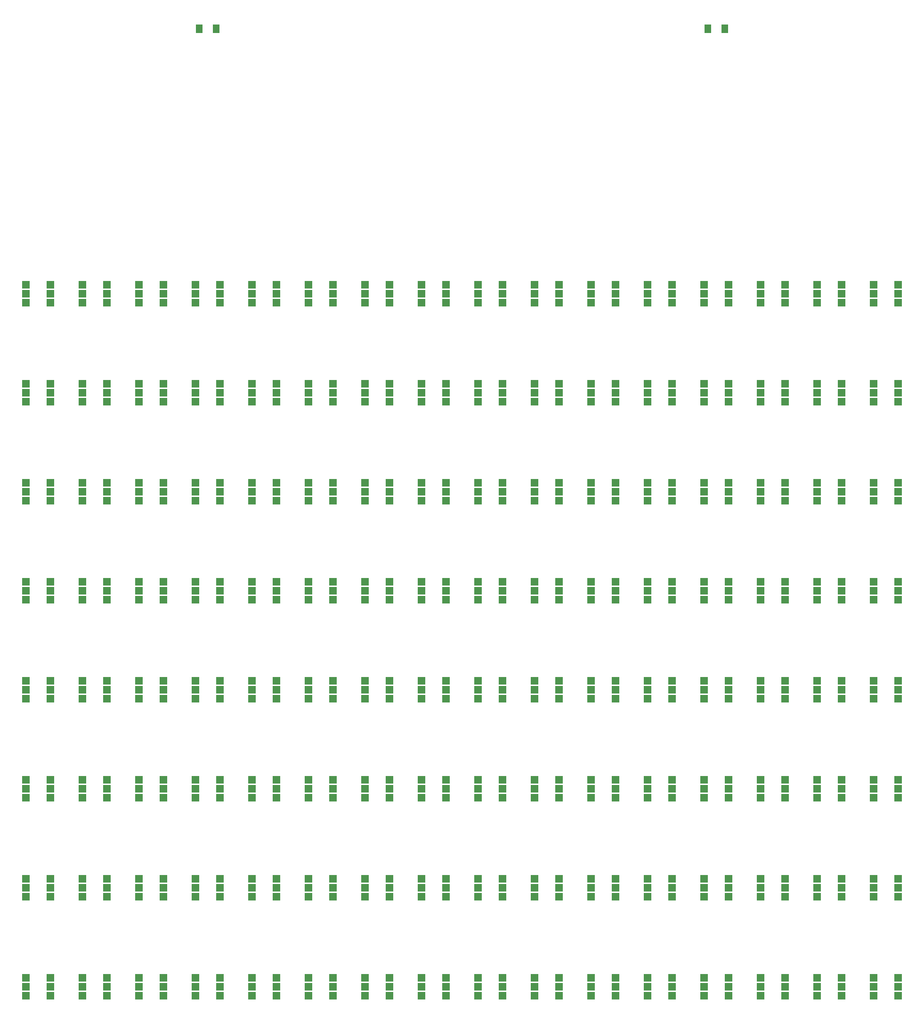
<source format=gtp>
G04 #@! TF.GenerationSoftware,KiCad,Pcbnew,5.0.0-rc2-dev-unknown-94dbcc7~63~ubuntu16.04.1*
G04 #@! TF.CreationDate,2018-04-08T19:39:25+05:30*
G04 #@! TF.ProjectId,ClockIOT,436C6F636B494F542E6B696361645F70,rev 1*
G04 #@! TF.SameCoordinates,Original*
G04 #@! TF.FileFunction,Paste,Top*
G04 #@! TF.FilePolarity,Positive*
%FSLAX46Y46*%
G04 Gerber Fmt 4.6, Leading zero omitted, Abs format (unit mm)*
G04 Created by KiCad (PCBNEW 5.0.0-rc2-dev-unknown-94dbcc7~63~ubuntu16.04.1) date Sun Apr  8 19:39:25 2018*
%MOMM*%
%LPD*%
G01*
G04 APERTURE LIST*
%ADD10R,1.300480X1.498600*%
%ADD11R,1.400000X1.400000*%
G04 APERTURE END LIST*
D10*
X87225000Y-53975000D03*
X84225000Y-53975000D03*
X175665000Y-53975000D03*
X178665000Y-53975000D03*
D11*
X63205000Y-227660000D03*
X67605000Y-227660000D03*
X67605000Y-226060000D03*
X63205000Y-226060000D03*
X63205000Y-224460000D03*
X67605000Y-224460000D03*
X195285000Y-120980000D03*
X199685000Y-120980000D03*
X199685000Y-119380000D03*
X195285000Y-119380000D03*
X195285000Y-117780000D03*
X199685000Y-117780000D03*
X57445000Y-100000000D03*
X53045000Y-100000000D03*
X53045000Y-101600000D03*
X57445000Y-101600000D03*
X57445000Y-103200000D03*
X53045000Y-103200000D03*
X77765000Y-100000000D03*
X73365000Y-100000000D03*
X73365000Y-101600000D03*
X77765000Y-101600000D03*
X77765000Y-103200000D03*
X73365000Y-103200000D03*
X87925000Y-100000000D03*
X83525000Y-100000000D03*
X83525000Y-101600000D03*
X87925000Y-101600000D03*
X87925000Y-103200000D03*
X83525000Y-103200000D03*
X98085000Y-100000000D03*
X93685000Y-100000000D03*
X93685000Y-101600000D03*
X98085000Y-101600000D03*
X98085000Y-103200000D03*
X93685000Y-103200000D03*
X108245000Y-100000000D03*
X103845000Y-100000000D03*
X103845000Y-101600000D03*
X108245000Y-101600000D03*
X108245000Y-103200000D03*
X103845000Y-103200000D03*
X118405000Y-100000000D03*
X114005000Y-100000000D03*
X114005000Y-101600000D03*
X118405000Y-101600000D03*
X118405000Y-103200000D03*
X114005000Y-103200000D03*
X128565000Y-100000000D03*
X124165000Y-100000000D03*
X124165000Y-101600000D03*
X128565000Y-101600000D03*
X128565000Y-103200000D03*
X124165000Y-103200000D03*
X138725000Y-100000000D03*
X134325000Y-100000000D03*
X134325000Y-101600000D03*
X138725000Y-101600000D03*
X138725000Y-103200000D03*
X134325000Y-103200000D03*
X148885000Y-100000000D03*
X144485000Y-100000000D03*
X144485000Y-101600000D03*
X148885000Y-101600000D03*
X148885000Y-103200000D03*
X144485000Y-103200000D03*
X159045000Y-100000000D03*
X154645000Y-100000000D03*
X154645000Y-101600000D03*
X159045000Y-101600000D03*
X159045000Y-103200000D03*
X154645000Y-103200000D03*
X169205000Y-100000000D03*
X164805000Y-100000000D03*
X164805000Y-101600000D03*
X169205000Y-101600000D03*
X169205000Y-103200000D03*
X164805000Y-103200000D03*
X179365000Y-100000000D03*
X174965000Y-100000000D03*
X174965000Y-101600000D03*
X179365000Y-101600000D03*
X179365000Y-103200000D03*
X174965000Y-103200000D03*
X189525000Y-100000000D03*
X185125000Y-100000000D03*
X185125000Y-101600000D03*
X189525000Y-101600000D03*
X189525000Y-103200000D03*
X185125000Y-103200000D03*
X199685000Y-100000000D03*
X195285000Y-100000000D03*
X195285000Y-101600000D03*
X199685000Y-101600000D03*
X199685000Y-103200000D03*
X195285000Y-103200000D03*
X209845000Y-100000000D03*
X205445000Y-100000000D03*
X205445000Y-101600000D03*
X209845000Y-101600000D03*
X209845000Y-103200000D03*
X205445000Y-103200000D03*
X205445000Y-120980000D03*
X209845000Y-120980000D03*
X209845000Y-119380000D03*
X205445000Y-119380000D03*
X205445000Y-117780000D03*
X209845000Y-117780000D03*
X185125000Y-120980000D03*
X189525000Y-120980000D03*
X189525000Y-119380000D03*
X185125000Y-119380000D03*
X185125000Y-117780000D03*
X189525000Y-117780000D03*
X174965000Y-120980000D03*
X179365000Y-120980000D03*
X179365000Y-119380000D03*
X174965000Y-119380000D03*
X174965000Y-117780000D03*
X179365000Y-117780000D03*
X164805000Y-120980000D03*
X169205000Y-120980000D03*
X169205000Y-119380000D03*
X164805000Y-119380000D03*
X164805000Y-117780000D03*
X169205000Y-117780000D03*
X154645000Y-120980000D03*
X159045000Y-120980000D03*
X159045000Y-119380000D03*
X154645000Y-119380000D03*
X154645000Y-117780000D03*
X159045000Y-117780000D03*
X144485000Y-120980000D03*
X148885000Y-120980000D03*
X148885000Y-119380000D03*
X144485000Y-119380000D03*
X144485000Y-117780000D03*
X148885000Y-117780000D03*
X134325000Y-120980000D03*
X138725000Y-120980000D03*
X138725000Y-119380000D03*
X134325000Y-119380000D03*
X134325000Y-117780000D03*
X138725000Y-117780000D03*
X124165000Y-120980000D03*
X128565000Y-120980000D03*
X128565000Y-119380000D03*
X124165000Y-119380000D03*
X124165000Y-117780000D03*
X128565000Y-117780000D03*
X114005000Y-120980000D03*
X118405000Y-120980000D03*
X118405000Y-119380000D03*
X114005000Y-119380000D03*
X114005000Y-117780000D03*
X118405000Y-117780000D03*
X103845000Y-120980000D03*
X108245000Y-120980000D03*
X108245000Y-119380000D03*
X103845000Y-119380000D03*
X103845000Y-117780000D03*
X108245000Y-117780000D03*
X93685000Y-120980000D03*
X98085000Y-120980000D03*
X98085000Y-119380000D03*
X93685000Y-119380000D03*
X93685000Y-117780000D03*
X98085000Y-117780000D03*
X83525000Y-120980000D03*
X87925000Y-120980000D03*
X87925000Y-119380000D03*
X83525000Y-119380000D03*
X83525000Y-117780000D03*
X87925000Y-117780000D03*
X73365000Y-120980000D03*
X77765000Y-120980000D03*
X77765000Y-119380000D03*
X73365000Y-119380000D03*
X73365000Y-117780000D03*
X77765000Y-117780000D03*
X63205000Y-120980000D03*
X67605000Y-120980000D03*
X67605000Y-119380000D03*
X63205000Y-119380000D03*
X63205000Y-117780000D03*
X67605000Y-117780000D03*
X53045000Y-120980000D03*
X57445000Y-120980000D03*
X57445000Y-119380000D03*
X53045000Y-119380000D03*
X53045000Y-117780000D03*
X57445000Y-117780000D03*
X57445000Y-135560000D03*
X53045000Y-135560000D03*
X53045000Y-137160000D03*
X57445000Y-137160000D03*
X57445000Y-138760000D03*
X53045000Y-138760000D03*
X67605000Y-135560000D03*
X63205000Y-135560000D03*
X63205000Y-137160000D03*
X67605000Y-137160000D03*
X67605000Y-138760000D03*
X63205000Y-138760000D03*
X77765000Y-135560000D03*
X73365000Y-135560000D03*
X73365000Y-137160000D03*
X77765000Y-137160000D03*
X77765000Y-138760000D03*
X73365000Y-138760000D03*
X87925000Y-135560000D03*
X83525000Y-135560000D03*
X83525000Y-137160000D03*
X87925000Y-137160000D03*
X87925000Y-138760000D03*
X83525000Y-138760000D03*
X98085000Y-135560000D03*
X93685000Y-135560000D03*
X93685000Y-137160000D03*
X98085000Y-137160000D03*
X98085000Y-138760000D03*
X93685000Y-138760000D03*
X108245000Y-135560000D03*
X103845000Y-135560000D03*
X103845000Y-137160000D03*
X108245000Y-137160000D03*
X108245000Y-138760000D03*
X103845000Y-138760000D03*
X118405000Y-135560000D03*
X114005000Y-135560000D03*
X114005000Y-137160000D03*
X118405000Y-137160000D03*
X118405000Y-138760000D03*
X114005000Y-138760000D03*
X128565000Y-135560000D03*
X124165000Y-135560000D03*
X124165000Y-137160000D03*
X128565000Y-137160000D03*
X128565000Y-138760000D03*
X124165000Y-138760000D03*
X138725000Y-135560000D03*
X134325000Y-135560000D03*
X134325000Y-137160000D03*
X138725000Y-137160000D03*
X138725000Y-138760000D03*
X134325000Y-138760000D03*
X148885000Y-135560000D03*
X144485000Y-135560000D03*
X144485000Y-137160000D03*
X148885000Y-137160000D03*
X148885000Y-138760000D03*
X144485000Y-138760000D03*
X159045000Y-135560000D03*
X154645000Y-135560000D03*
X154645000Y-137160000D03*
X159045000Y-137160000D03*
X159045000Y-138760000D03*
X154645000Y-138760000D03*
X169205000Y-135560000D03*
X164805000Y-135560000D03*
X164805000Y-137160000D03*
X169205000Y-137160000D03*
X169205000Y-138760000D03*
X164805000Y-138760000D03*
X179365000Y-135560000D03*
X174965000Y-135560000D03*
X174965000Y-137160000D03*
X179365000Y-137160000D03*
X179365000Y-138760000D03*
X174965000Y-138760000D03*
X189525000Y-135560000D03*
X185125000Y-135560000D03*
X185125000Y-137160000D03*
X189525000Y-137160000D03*
X189525000Y-138760000D03*
X185125000Y-138760000D03*
X199685000Y-135560000D03*
X195285000Y-135560000D03*
X195285000Y-137160000D03*
X199685000Y-137160000D03*
X199685000Y-138760000D03*
X195285000Y-138760000D03*
X209845000Y-135560000D03*
X205445000Y-135560000D03*
X205445000Y-137160000D03*
X209845000Y-137160000D03*
X209845000Y-138760000D03*
X205445000Y-138760000D03*
X205445000Y-156540000D03*
X209845000Y-156540000D03*
X209845000Y-154940000D03*
X205445000Y-154940000D03*
X205445000Y-153340000D03*
X209845000Y-153340000D03*
X195285000Y-156540000D03*
X199685000Y-156540000D03*
X199685000Y-154940000D03*
X195285000Y-154940000D03*
X195285000Y-153340000D03*
X199685000Y-153340000D03*
X185125000Y-156540000D03*
X189525000Y-156540000D03*
X189525000Y-154940000D03*
X185125000Y-154940000D03*
X185125000Y-153340000D03*
X189525000Y-153340000D03*
X174965000Y-156540000D03*
X179365000Y-156540000D03*
X179365000Y-154940000D03*
X174965000Y-154940000D03*
X174965000Y-153340000D03*
X179365000Y-153340000D03*
X164805000Y-156540000D03*
X169205000Y-156540000D03*
X169205000Y-154940000D03*
X164805000Y-154940000D03*
X164805000Y-153340000D03*
X169205000Y-153340000D03*
X154645000Y-156540000D03*
X159045000Y-156540000D03*
X159045000Y-154940000D03*
X154645000Y-154940000D03*
X154645000Y-153340000D03*
X159045000Y-153340000D03*
X144485000Y-156540000D03*
X148885000Y-156540000D03*
X148885000Y-154940000D03*
X144485000Y-154940000D03*
X144485000Y-153340000D03*
X148885000Y-153340000D03*
X134325000Y-156540000D03*
X138725000Y-156540000D03*
X138725000Y-154940000D03*
X134325000Y-154940000D03*
X134325000Y-153340000D03*
X138725000Y-153340000D03*
X124165000Y-156540000D03*
X128565000Y-156540000D03*
X128565000Y-154940000D03*
X124165000Y-154940000D03*
X124165000Y-153340000D03*
X128565000Y-153340000D03*
X114005000Y-156540000D03*
X118405000Y-156540000D03*
X118405000Y-154940000D03*
X114005000Y-154940000D03*
X114005000Y-153340000D03*
X118405000Y-153340000D03*
X103845000Y-156540000D03*
X108245000Y-156540000D03*
X108245000Y-154940000D03*
X103845000Y-154940000D03*
X103845000Y-153340000D03*
X108245000Y-153340000D03*
X93685000Y-156540000D03*
X98085000Y-156540000D03*
X98085000Y-154940000D03*
X93685000Y-154940000D03*
X93685000Y-153340000D03*
X98085000Y-153340000D03*
X83525000Y-156540000D03*
X87925000Y-156540000D03*
X87925000Y-154940000D03*
X83525000Y-154940000D03*
X83525000Y-153340000D03*
X87925000Y-153340000D03*
X73365000Y-156540000D03*
X77765000Y-156540000D03*
X77765000Y-154940000D03*
X73365000Y-154940000D03*
X73365000Y-153340000D03*
X77765000Y-153340000D03*
X63205000Y-156540000D03*
X67605000Y-156540000D03*
X67605000Y-154940000D03*
X63205000Y-154940000D03*
X63205000Y-153340000D03*
X67605000Y-153340000D03*
X53045000Y-156540000D03*
X57445000Y-156540000D03*
X57445000Y-154940000D03*
X53045000Y-154940000D03*
X53045000Y-153340000D03*
X57445000Y-153340000D03*
X57445000Y-171120000D03*
X53045000Y-171120000D03*
X53045000Y-172720000D03*
X57445000Y-172720000D03*
X57445000Y-174320000D03*
X53045000Y-174320000D03*
X67605000Y-171120000D03*
X63205000Y-171120000D03*
X63205000Y-172720000D03*
X67605000Y-172720000D03*
X67605000Y-174320000D03*
X63205000Y-174320000D03*
X77765000Y-171120000D03*
X73365000Y-171120000D03*
X73365000Y-172720000D03*
X77765000Y-172720000D03*
X77765000Y-174320000D03*
X73365000Y-174320000D03*
X87925000Y-171120000D03*
X83525000Y-171120000D03*
X83525000Y-172720000D03*
X87925000Y-172720000D03*
X87925000Y-174320000D03*
X83525000Y-174320000D03*
X98085000Y-171120000D03*
X93685000Y-171120000D03*
X93685000Y-172720000D03*
X98085000Y-172720000D03*
X98085000Y-174320000D03*
X93685000Y-174320000D03*
X108245000Y-171120000D03*
X103845000Y-171120000D03*
X103845000Y-172720000D03*
X108245000Y-172720000D03*
X108245000Y-174320000D03*
X103845000Y-174320000D03*
X118405000Y-171120000D03*
X114005000Y-171120000D03*
X114005000Y-172720000D03*
X118405000Y-172720000D03*
X118405000Y-174320000D03*
X114005000Y-174320000D03*
X128565000Y-171120000D03*
X124165000Y-171120000D03*
X124165000Y-172720000D03*
X128565000Y-172720000D03*
X128565000Y-174320000D03*
X124165000Y-174320000D03*
X138725000Y-171120000D03*
X134325000Y-171120000D03*
X134325000Y-172720000D03*
X138725000Y-172720000D03*
X138725000Y-174320000D03*
X134325000Y-174320000D03*
X148885000Y-171120000D03*
X144485000Y-171120000D03*
X144485000Y-172720000D03*
X148885000Y-172720000D03*
X148885000Y-174320000D03*
X144485000Y-174320000D03*
X159045000Y-171120000D03*
X154645000Y-171120000D03*
X154645000Y-172720000D03*
X159045000Y-172720000D03*
X159045000Y-174320000D03*
X154645000Y-174320000D03*
X169205000Y-171120000D03*
X164805000Y-171120000D03*
X164805000Y-172720000D03*
X169205000Y-172720000D03*
X169205000Y-174320000D03*
X164805000Y-174320000D03*
X179365000Y-171120000D03*
X174965000Y-171120000D03*
X174965000Y-172720000D03*
X179365000Y-172720000D03*
X179365000Y-174320000D03*
X174965000Y-174320000D03*
X189525000Y-171120000D03*
X185125000Y-171120000D03*
X185125000Y-172720000D03*
X189525000Y-172720000D03*
X189525000Y-174320000D03*
X185125000Y-174320000D03*
X199685000Y-171120000D03*
X195285000Y-171120000D03*
X195285000Y-172720000D03*
X199685000Y-172720000D03*
X199685000Y-174320000D03*
X195285000Y-174320000D03*
X209845000Y-171120000D03*
X205445000Y-171120000D03*
X205445000Y-172720000D03*
X209845000Y-172720000D03*
X209845000Y-174320000D03*
X205445000Y-174320000D03*
X205445000Y-192100000D03*
X209845000Y-192100000D03*
X209845000Y-190500000D03*
X205445000Y-190500000D03*
X205445000Y-188900000D03*
X209845000Y-188900000D03*
X195285000Y-192100000D03*
X199685000Y-192100000D03*
X199685000Y-190500000D03*
X195285000Y-190500000D03*
X195285000Y-188900000D03*
X199685000Y-188900000D03*
X185125000Y-192100000D03*
X189525000Y-192100000D03*
X189525000Y-190500000D03*
X185125000Y-190500000D03*
X185125000Y-188900000D03*
X189525000Y-188900000D03*
X174965000Y-192100000D03*
X179365000Y-192100000D03*
X179365000Y-190500000D03*
X174965000Y-190500000D03*
X174965000Y-188900000D03*
X179365000Y-188900000D03*
X164805000Y-192100000D03*
X169205000Y-192100000D03*
X169205000Y-190500000D03*
X164805000Y-190500000D03*
X164805000Y-188900000D03*
X169205000Y-188900000D03*
X154645000Y-192100000D03*
X159045000Y-192100000D03*
X159045000Y-190500000D03*
X154645000Y-190500000D03*
X154645000Y-188900000D03*
X159045000Y-188900000D03*
X144485000Y-192100000D03*
X148885000Y-192100000D03*
X148885000Y-190500000D03*
X144485000Y-190500000D03*
X144485000Y-188900000D03*
X148885000Y-188900000D03*
X134325000Y-192100000D03*
X138725000Y-192100000D03*
X138725000Y-190500000D03*
X134325000Y-190500000D03*
X134325000Y-188900000D03*
X138725000Y-188900000D03*
X124165000Y-192100000D03*
X128565000Y-192100000D03*
X128565000Y-190500000D03*
X124165000Y-190500000D03*
X124165000Y-188900000D03*
X128565000Y-188900000D03*
X114005000Y-192100000D03*
X118405000Y-192100000D03*
X118405000Y-190500000D03*
X114005000Y-190500000D03*
X114005000Y-188900000D03*
X118405000Y-188900000D03*
X103845000Y-192100000D03*
X108245000Y-192100000D03*
X108245000Y-190500000D03*
X103845000Y-190500000D03*
X103845000Y-188900000D03*
X108245000Y-188900000D03*
X93685000Y-192100000D03*
X98085000Y-192100000D03*
X98085000Y-190500000D03*
X93685000Y-190500000D03*
X93685000Y-188900000D03*
X98085000Y-188900000D03*
X83525000Y-192100000D03*
X87925000Y-192100000D03*
X87925000Y-190500000D03*
X83525000Y-190500000D03*
X83525000Y-188900000D03*
X87925000Y-188900000D03*
X73365000Y-192100000D03*
X77765000Y-192100000D03*
X77765000Y-190500000D03*
X73365000Y-190500000D03*
X73365000Y-188900000D03*
X77765000Y-188900000D03*
X63205000Y-192100000D03*
X67605000Y-192100000D03*
X67605000Y-190500000D03*
X63205000Y-190500000D03*
X63205000Y-188900000D03*
X67605000Y-188900000D03*
X53045000Y-192100000D03*
X57445000Y-192100000D03*
X57445000Y-190500000D03*
X53045000Y-190500000D03*
X53045000Y-188900000D03*
X57445000Y-188900000D03*
X57445000Y-206680000D03*
X53045000Y-206680000D03*
X53045000Y-208280000D03*
X57445000Y-208280000D03*
X57445000Y-209880000D03*
X53045000Y-209880000D03*
X67605000Y-206680000D03*
X63205000Y-206680000D03*
X63205000Y-208280000D03*
X67605000Y-208280000D03*
X67605000Y-209880000D03*
X63205000Y-209880000D03*
X77765000Y-206680000D03*
X73365000Y-206680000D03*
X73365000Y-208280000D03*
X77765000Y-208280000D03*
X77765000Y-209880000D03*
X73365000Y-209880000D03*
X87925000Y-206680000D03*
X83525000Y-206680000D03*
X83525000Y-208280000D03*
X87925000Y-208280000D03*
X87925000Y-209880000D03*
X83525000Y-209880000D03*
X98085000Y-206680000D03*
X93685000Y-206680000D03*
X93685000Y-208280000D03*
X98085000Y-208280000D03*
X98085000Y-209880000D03*
X93685000Y-209880000D03*
X108245000Y-206680000D03*
X103845000Y-206680000D03*
X103845000Y-208280000D03*
X108245000Y-208280000D03*
X108245000Y-209880000D03*
X103845000Y-209880000D03*
X118405000Y-206680000D03*
X114005000Y-206680000D03*
X114005000Y-208280000D03*
X118405000Y-208280000D03*
X118405000Y-209880000D03*
X114005000Y-209880000D03*
X128565000Y-206680000D03*
X124165000Y-206680000D03*
X124165000Y-208280000D03*
X128565000Y-208280000D03*
X128565000Y-209880000D03*
X124165000Y-209880000D03*
X138725000Y-206680000D03*
X134325000Y-206680000D03*
X134325000Y-208280000D03*
X138725000Y-208280000D03*
X138725000Y-209880000D03*
X134325000Y-209880000D03*
X148885000Y-206680000D03*
X144485000Y-206680000D03*
X144485000Y-208280000D03*
X148885000Y-208280000D03*
X148885000Y-209880000D03*
X144485000Y-209880000D03*
X159045000Y-206680000D03*
X154645000Y-206680000D03*
X154645000Y-208280000D03*
X159045000Y-208280000D03*
X159045000Y-209880000D03*
X154645000Y-209880000D03*
X169205000Y-206680000D03*
X164805000Y-206680000D03*
X164805000Y-208280000D03*
X169205000Y-208280000D03*
X169205000Y-209880000D03*
X164805000Y-209880000D03*
X179365000Y-206680000D03*
X174965000Y-206680000D03*
X174965000Y-208280000D03*
X179365000Y-208280000D03*
X179365000Y-209880000D03*
X174965000Y-209880000D03*
X189525000Y-206680000D03*
X185125000Y-206680000D03*
X185125000Y-208280000D03*
X189525000Y-208280000D03*
X189525000Y-209880000D03*
X185125000Y-209880000D03*
X199685000Y-206680000D03*
X195285000Y-206680000D03*
X195285000Y-208280000D03*
X199685000Y-208280000D03*
X199685000Y-209880000D03*
X195285000Y-209880000D03*
X209845000Y-206680000D03*
X205445000Y-206680000D03*
X205445000Y-208280000D03*
X209845000Y-208280000D03*
X209845000Y-209880000D03*
X205445000Y-209880000D03*
X205445000Y-227660000D03*
X209845000Y-227660000D03*
X209845000Y-226060000D03*
X205445000Y-226060000D03*
X205445000Y-224460000D03*
X209845000Y-224460000D03*
X195285000Y-227660000D03*
X199685000Y-227660000D03*
X199685000Y-226060000D03*
X195285000Y-226060000D03*
X195285000Y-224460000D03*
X199685000Y-224460000D03*
X185125000Y-227660000D03*
X189525000Y-227660000D03*
X189525000Y-226060000D03*
X185125000Y-226060000D03*
X185125000Y-224460000D03*
X189525000Y-224460000D03*
X174965000Y-227660000D03*
X179365000Y-227660000D03*
X179365000Y-226060000D03*
X174965000Y-226060000D03*
X174965000Y-224460000D03*
X179365000Y-224460000D03*
X164805000Y-227660000D03*
X169205000Y-227660000D03*
X169205000Y-226060000D03*
X164805000Y-226060000D03*
X164805000Y-224460000D03*
X169205000Y-224460000D03*
X154645000Y-227660000D03*
X159045000Y-227660000D03*
X159045000Y-226060000D03*
X154645000Y-226060000D03*
X154645000Y-224460000D03*
X159045000Y-224460000D03*
X144485000Y-227660000D03*
X148885000Y-227660000D03*
X148885000Y-226060000D03*
X144485000Y-226060000D03*
X144485000Y-224460000D03*
X148885000Y-224460000D03*
X134325000Y-227660000D03*
X138725000Y-227660000D03*
X138725000Y-226060000D03*
X134325000Y-226060000D03*
X134325000Y-224460000D03*
X138725000Y-224460000D03*
X124165000Y-227660000D03*
X128565000Y-227660000D03*
X128565000Y-226060000D03*
X124165000Y-226060000D03*
X124165000Y-224460000D03*
X128565000Y-224460000D03*
X114005000Y-227660000D03*
X118405000Y-227660000D03*
X118405000Y-226060000D03*
X114005000Y-226060000D03*
X114005000Y-224460000D03*
X118405000Y-224460000D03*
X103845000Y-227660000D03*
X108245000Y-227660000D03*
X108245000Y-226060000D03*
X103845000Y-226060000D03*
X103845000Y-224460000D03*
X108245000Y-224460000D03*
X93685000Y-227660000D03*
X98085000Y-227660000D03*
X98085000Y-226060000D03*
X93685000Y-226060000D03*
X93685000Y-224460000D03*
X98085000Y-224460000D03*
X83525000Y-227660000D03*
X87925000Y-227660000D03*
X87925000Y-226060000D03*
X83525000Y-226060000D03*
X83525000Y-224460000D03*
X87925000Y-224460000D03*
X73365000Y-227660000D03*
X77765000Y-227660000D03*
X77765000Y-226060000D03*
X73365000Y-226060000D03*
X73365000Y-224460000D03*
X77765000Y-224460000D03*
X53045000Y-227660000D03*
X57445000Y-227660000D03*
X57445000Y-226060000D03*
X53045000Y-226060000D03*
X53045000Y-224460000D03*
X57445000Y-224460000D03*
X67605000Y-100000000D03*
X63205000Y-100000000D03*
X63205000Y-101600000D03*
X67605000Y-101600000D03*
X67605000Y-103200000D03*
X63205000Y-103200000D03*
M02*

</source>
